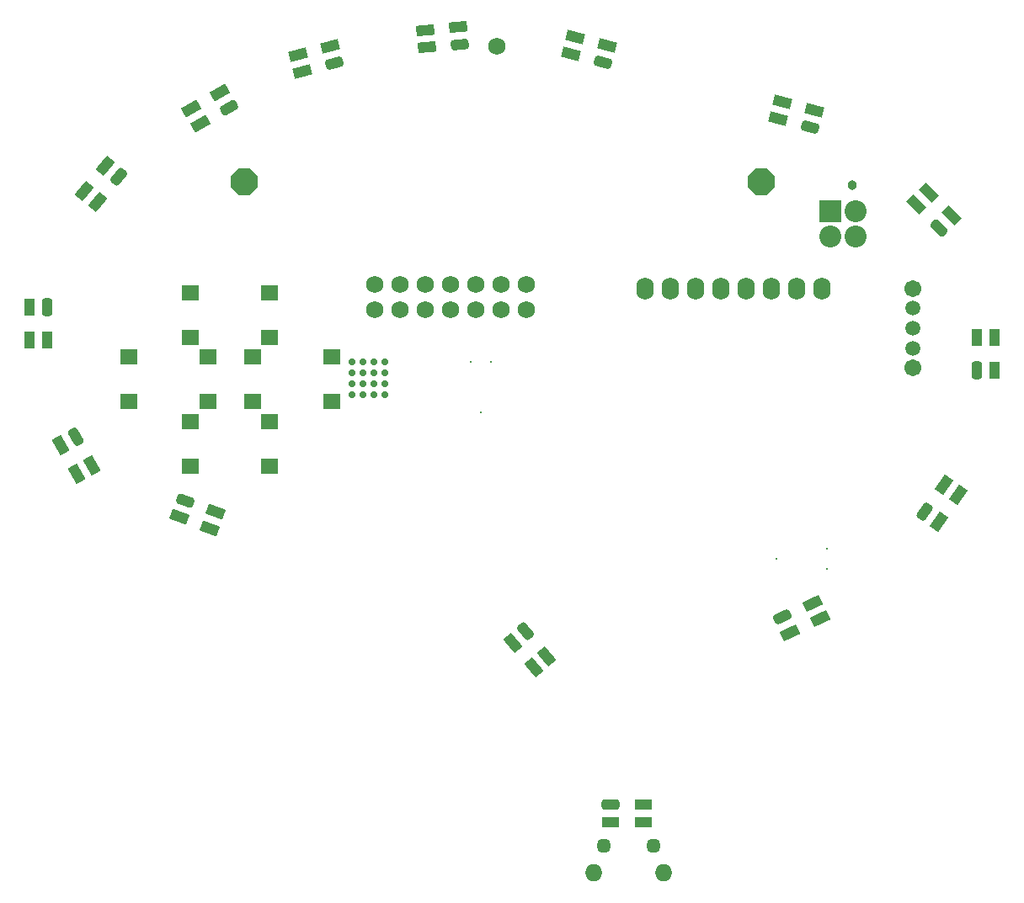
<source format=gts>
G04 Layer_Color=20142*
%FSLAX25Y25*%
%MOIN*%
G70*
G01*
G75*
%ADD99R,0.06902X0.05918*%
G04:AMPARAMS|DCode=100|XSize=70.99mil|YSize=41.47mil|CornerRadius=12.37mil|HoleSize=0mil|Usage=FLASHONLY|Rotation=340.000|XOffset=0mil|YOffset=0mil|HoleType=Round|Shape=RoundedRectangle|*
%AMROUNDEDRECTD100*
21,1,0.07099,0.01673,0,0,340.0*
21,1,0.04626,0.04147,0,0,340.0*
1,1,0.02473,0.01887,-0.01577*
1,1,0.02473,-0.02460,0.00005*
1,1,0.02473,-0.01887,0.01577*
1,1,0.02473,0.02460,-0.00005*
%
%ADD100ROUNDEDRECTD100*%
G04:AMPARAMS|DCode=101|XSize=70.99mil|YSize=41.47mil|CornerRadius=0mil|HoleSize=0mil|Usage=FLASHONLY|Rotation=340.000|XOffset=0mil|YOffset=0mil|HoleType=Round|Shape=Rectangle|*
%AMROTATEDRECTD101*
4,1,4,-0.04045,-0.00734,-0.02627,0.03162,0.04045,0.00734,0.02627,-0.03162,-0.04045,-0.00734,0.0*
%
%ADD101ROTATEDRECTD101*%

G04:AMPARAMS|DCode=102|XSize=70.99mil|YSize=41.47mil|CornerRadius=12.37mil|HoleSize=0mil|Usage=FLASHONLY|Rotation=300.000|XOffset=0mil|YOffset=0mil|HoleType=Round|Shape=RoundedRectangle|*
%AMROUNDEDRECTD102*
21,1,0.07099,0.01673,0,0,300.0*
21,1,0.04626,0.04147,0,0,300.0*
1,1,0.02473,0.00432,-0.02421*
1,1,0.02473,-0.01881,0.01585*
1,1,0.02473,-0.00432,0.02421*
1,1,0.02473,0.01881,-0.01585*
%
%ADD102ROUNDEDRECTD102*%
G04:AMPARAMS|DCode=103|XSize=70.99mil|YSize=41.47mil|CornerRadius=0mil|HoleSize=0mil|Usage=FLASHONLY|Rotation=300.000|XOffset=0mil|YOffset=0mil|HoleType=Round|Shape=Rectangle|*
%AMROTATEDRECTD103*
4,1,4,-0.03570,0.02037,0.00021,0.04111,0.03570,-0.02037,-0.00021,-0.04111,-0.03570,0.02037,0.0*
%
%ADD103ROTATEDRECTD103*%

G04:AMPARAMS|DCode=104|XSize=70.99mil|YSize=41.47mil|CornerRadius=12.37mil|HoleSize=0mil|Usage=FLASHONLY|Rotation=270.000|XOffset=0mil|YOffset=0mil|HoleType=Round|Shape=RoundedRectangle|*
%AMROUNDEDRECTD104*
21,1,0.07099,0.01673,0,0,270.0*
21,1,0.04626,0.04147,0,0,270.0*
1,1,0.02473,-0.00837,-0.02313*
1,1,0.02473,-0.00837,0.02313*
1,1,0.02473,0.00837,0.02313*
1,1,0.02473,0.00837,-0.02313*
%
%ADD104ROUNDEDRECTD104*%
%ADD105R,0.04147X0.07099*%
G04:AMPARAMS|DCode=106|XSize=70.99mil|YSize=41.47mil|CornerRadius=12.37mil|HoleSize=0mil|Usage=FLASHONLY|Rotation=230.000|XOffset=0mil|YOffset=0mil|HoleType=Round|Shape=RoundedRectangle|*
%AMROUNDEDRECTD106*
21,1,0.07099,0.01673,0,0,230.0*
21,1,0.04626,0.04147,0,0,230.0*
1,1,0.02473,-0.02128,-0.01234*
1,1,0.02473,0.00846,0.02310*
1,1,0.02473,0.02128,0.01234*
1,1,0.02473,-0.00846,-0.02310*
%
%ADD106ROUNDEDRECTD106*%
G04:AMPARAMS|DCode=107|XSize=70.99mil|YSize=41.47mil|CornerRadius=0mil|HoleSize=0mil|Usage=FLASHONLY|Rotation=230.000|XOffset=0mil|YOffset=0mil|HoleType=Round|Shape=Rectangle|*
%AMROTATEDRECTD107*
4,1,4,0.00694,0.04052,0.03870,0.01387,-0.00694,-0.04052,-0.03870,-0.01387,0.00694,0.04052,0.0*
%
%ADD107ROTATEDRECTD107*%

G04:AMPARAMS|DCode=108|XSize=70.99mil|YSize=41.47mil|CornerRadius=12.37mil|HoleSize=0mil|Usage=FLASHONLY|Rotation=210.000|XOffset=0mil|YOffset=0mil|HoleType=Round|Shape=RoundedRectangle|*
%AMROUNDEDRECTD108*
21,1,0.07099,0.01673,0,0,210.0*
21,1,0.04626,0.04147,0,0,210.0*
1,1,0.02473,-0.02421,-0.00432*
1,1,0.02473,0.01585,0.01881*
1,1,0.02473,0.02421,0.00432*
1,1,0.02473,-0.01585,-0.01881*
%
%ADD108ROUNDEDRECTD108*%
G04:AMPARAMS|DCode=109|XSize=70.99mil|YSize=41.47mil|CornerRadius=0mil|HoleSize=0mil|Usage=FLASHONLY|Rotation=210.000|XOffset=0mil|YOffset=0mil|HoleType=Round|Shape=Rectangle|*
%AMROTATEDRECTD109*
4,1,4,0.02037,0.03570,0.04111,-0.00021,-0.02037,-0.03570,-0.04111,0.00021,0.02037,0.03570,0.0*
%
%ADD109ROTATEDRECTD109*%

G04:AMPARAMS|DCode=110|XSize=70.99mil|YSize=41.47mil|CornerRadius=12.37mil|HoleSize=0mil|Usage=FLASHONLY|Rotation=195.000|XOffset=0mil|YOffset=0mil|HoleType=Round|Shape=RoundedRectangle|*
%AMROUNDEDRECTD110*
21,1,0.07099,0.01673,0,0,195.0*
21,1,0.04626,0.04147,0,0,195.0*
1,1,0.02473,-0.02451,0.00210*
1,1,0.02473,0.02018,0.01407*
1,1,0.02473,0.02451,-0.00210*
1,1,0.02473,-0.02018,-0.01407*
%
%ADD110ROUNDEDRECTD110*%
G04:AMPARAMS|DCode=111|XSize=70.99mil|YSize=41.47mil|CornerRadius=0mil|HoleSize=0mil|Usage=FLASHONLY|Rotation=195.000|XOffset=0mil|YOffset=0mil|HoleType=Round|Shape=Rectangle|*
%AMROTATEDRECTD111*
4,1,4,0.02892,0.02921,0.03965,-0.01084,-0.02892,-0.02921,-0.03965,0.01084,0.02892,0.02921,0.0*
%
%ADD111ROTATEDRECTD111*%

G04:AMPARAMS|DCode=112|XSize=70.99mil|YSize=41.47mil|CornerRadius=12.37mil|HoleSize=0mil|Usage=FLASHONLY|Rotation=185.000|XOffset=0mil|YOffset=0mil|HoleType=Round|Shape=RoundedRectangle|*
%AMROUNDEDRECTD112*
21,1,0.07099,0.01673,0,0,185.0*
21,1,0.04626,0.04147,0,0,185.0*
1,1,0.02473,-0.02377,0.00632*
1,1,0.02473,0.02231,0.01035*
1,1,0.02473,0.02377,-0.00632*
1,1,0.02473,-0.02231,-0.01035*
%
%ADD112ROUNDEDRECTD112*%
G04:AMPARAMS|DCode=113|XSize=70.99mil|YSize=41.47mil|CornerRadius=0mil|HoleSize=0mil|Usage=FLASHONLY|Rotation=185.000|XOffset=0mil|YOffset=0mil|HoleType=Round|Shape=Rectangle|*
%AMROTATEDRECTD113*
4,1,4,0.03355,0.02375,0.03717,-0.01756,-0.03355,-0.02375,-0.03717,0.01756,0.03355,0.02375,0.0*
%
%ADD113ROTATEDRECTD113*%

G04:AMPARAMS|DCode=114|XSize=70.99mil|YSize=41.47mil|CornerRadius=12.37mil|HoleSize=0mil|Usage=FLASHONLY|Rotation=165.000|XOffset=0mil|YOffset=0mil|HoleType=Round|Shape=RoundedRectangle|*
%AMROUNDEDRECTD114*
21,1,0.07099,0.01673,0,0,165.0*
21,1,0.04626,0.04147,0,0,165.0*
1,1,0.02473,-0.02018,0.01407*
1,1,0.02473,0.02451,0.00210*
1,1,0.02473,0.02018,-0.01407*
1,1,0.02473,-0.02451,-0.00210*
%
%ADD114ROUNDEDRECTD114*%
G04:AMPARAMS|DCode=115|XSize=70.99mil|YSize=41.47mil|CornerRadius=0mil|HoleSize=0mil|Usage=FLASHONLY|Rotation=165.000|XOffset=0mil|YOffset=0mil|HoleType=Round|Shape=Rectangle|*
%AMROTATEDRECTD115*
4,1,4,0.03965,0.01084,0.02892,-0.02921,-0.03965,-0.01084,-0.02892,0.02921,0.03965,0.01084,0.0*
%
%ADD115ROTATEDRECTD115*%

G04:AMPARAMS|DCode=116|XSize=70.99mil|YSize=41.47mil|CornerRadius=12.37mil|HoleSize=0mil|Usage=FLASHONLY|Rotation=135.000|XOffset=0mil|YOffset=0mil|HoleType=Round|Shape=RoundedRectangle|*
%AMROUNDEDRECTD116*
21,1,0.07099,0.01673,0,0,135.0*
21,1,0.04626,0.04147,0,0,135.0*
1,1,0.02473,-0.01044,0.02227*
1,1,0.02473,0.02227,-0.01044*
1,1,0.02473,0.01044,-0.02227*
1,1,0.02473,-0.02227,0.01044*
%
%ADD116ROUNDEDRECTD116*%
G04:AMPARAMS|DCode=117|XSize=70.99mil|YSize=41.47mil|CornerRadius=0mil|HoleSize=0mil|Usage=FLASHONLY|Rotation=135.000|XOffset=0mil|YOffset=0mil|HoleType=Round|Shape=Rectangle|*
%AMROTATEDRECTD117*
4,1,4,0.03976,-0.01044,0.01044,-0.03976,-0.03976,0.01044,-0.01044,0.03976,0.03976,-0.01044,0.0*
%
%ADD117ROTATEDRECTD117*%

G04:AMPARAMS|DCode=118|XSize=70.99mil|YSize=41.47mil|CornerRadius=12.37mil|HoleSize=0mil|Usage=FLASHONLY|Rotation=55.000|XOffset=0mil|YOffset=0mil|HoleType=Round|Shape=RoundedRectangle|*
%AMROUNDEDRECTD118*
21,1,0.07099,0.01673,0,0,55.0*
21,1,0.04626,0.04147,0,0,55.0*
1,1,0.02473,0.02012,0.01415*
1,1,0.02473,-0.00641,-0.02375*
1,1,0.02473,-0.02012,-0.01415*
1,1,0.02473,0.00641,0.02375*
%
%ADD118ROUNDEDRECTD118*%
G04:AMPARAMS|DCode=119|XSize=70.99mil|YSize=41.47mil|CornerRadius=0mil|HoleSize=0mil|Usage=FLASHONLY|Rotation=55.000|XOffset=0mil|YOffset=0mil|HoleType=Round|Shape=Rectangle|*
%AMROTATEDRECTD119*
4,1,4,-0.00338,-0.04097,-0.03734,-0.01719,0.00338,0.04097,0.03734,0.01719,-0.00338,-0.04097,0.0*
%
%ADD119ROTATEDRECTD119*%

G04:AMPARAMS|DCode=120|XSize=70.99mil|YSize=41.47mil|CornerRadius=12.37mil|HoleSize=0mil|Usage=FLASHONLY|Rotation=25.000|XOffset=0mil|YOffset=0mil|HoleType=Round|Shape=RoundedRectangle|*
%AMROUNDEDRECTD120*
21,1,0.07099,0.01673,0,0,25.0*
21,1,0.04626,0.04147,0,0,25.0*
1,1,0.02473,0.02450,0.00219*
1,1,0.02473,-0.01743,-0.01736*
1,1,0.02473,-0.02450,-0.00219*
1,1,0.02473,0.01743,0.01736*
%
%ADD120ROUNDEDRECTD120*%
G04:AMPARAMS|DCode=121|XSize=70.99mil|YSize=41.47mil|CornerRadius=0mil|HoleSize=0mil|Usage=FLASHONLY|Rotation=25.000|XOffset=0mil|YOffset=0mil|HoleType=Round|Shape=Rectangle|*
%AMROTATEDRECTD121*
4,1,4,-0.02341,-0.03379,-0.04093,0.00379,0.02341,0.03379,0.04093,-0.00379,-0.02341,-0.03379,0.0*
%
%ADD121ROTATEDRECTD121*%

G04:AMPARAMS|DCode=122|XSize=70.99mil|YSize=41.47mil|CornerRadius=12.37mil|HoleSize=0mil|Usage=FLASHONLY|Rotation=0.000|XOffset=0mil|YOffset=0mil|HoleType=Round|Shape=RoundedRectangle|*
%AMROUNDEDRECTD122*
21,1,0.07099,0.01673,0,0,0.0*
21,1,0.04626,0.04147,0,0,0.0*
1,1,0.02473,0.02313,-0.00837*
1,1,0.02473,-0.02313,-0.00837*
1,1,0.02473,-0.02313,0.00837*
1,1,0.02473,0.02313,0.00837*
%
%ADD122ROUNDEDRECTD122*%
%ADD123R,0.07099X0.04147*%
G04:AMPARAMS|DCode=124|XSize=70.99mil|YSize=41.47mil|CornerRadius=12.37mil|HoleSize=0mil|Usage=FLASHONLY|Rotation=310.000|XOffset=0mil|YOffset=0mil|HoleType=Round|Shape=RoundedRectangle|*
%AMROUNDEDRECTD124*
21,1,0.07099,0.01673,0,0,310.0*
21,1,0.04626,0.04147,0,0,310.0*
1,1,0.02473,0.00846,-0.02310*
1,1,0.02473,-0.02128,0.01234*
1,1,0.02473,-0.00846,0.02310*
1,1,0.02473,0.02128,-0.01234*
%
%ADD124ROUNDEDRECTD124*%
G04:AMPARAMS|DCode=125|XSize=70.99mil|YSize=41.47mil|CornerRadius=0mil|HoleSize=0mil|Usage=FLASHONLY|Rotation=310.000|XOffset=0mil|YOffset=0mil|HoleType=Round|Shape=Rectangle|*
%AMROTATEDRECTD125*
4,1,4,-0.03870,0.01387,-0.00694,0.04052,0.03870,-0.01387,0.00694,-0.04052,-0.03870,0.01387,0.0*
%
%ADD125ROTATEDRECTD125*%

%ADD126C,0.00900*%
%ADD127C,0.08674*%
%ADD128R,0.08674X0.08674*%
%ADD129O,0.05721X0.05721*%
%ADD130O,0.06902X0.06902*%
%ADD131C,0.06706*%
%ADD132C,0.05918*%
%ADD133P,0.11519X8X202.5*%
%ADD134C,0.06800*%
%ADD135O,0.06800X0.08800*%
%ADD136C,0.03800*%
%ADD137C,0.02769*%
D99*
X391650Y246642D02*
D03*
X360350D02*
D03*
X391650Y264358D02*
D03*
X360350D02*
D03*
X342650Y246642D02*
D03*
X311350D02*
D03*
X342650Y264358D02*
D03*
X311350D02*
D03*
X335783Y238858D02*
D03*
X367083D02*
D03*
X335783Y221142D02*
D03*
X367083D02*
D03*
X335783Y289686D02*
D03*
X367083D02*
D03*
X335783Y271970D02*
D03*
X367083D02*
D03*
D100*
X333574Y207459D02*
D03*
D101*
X331218Y200985D02*
D03*
X343426Y196541D02*
D03*
X345782Y203015D02*
D03*
D102*
X290235Y232848D02*
D03*
D103*
X284269Y229403D02*
D03*
X290765Y218152D02*
D03*
X296731Y221597D02*
D03*
D104*
X278945Y283996D02*
D03*
X647055Y259004D02*
D03*
D105*
X272055Y283996D02*
D03*
Y271004D02*
D03*
X278945D02*
D03*
X653945Y259004D02*
D03*
Y271996D02*
D03*
X647055D02*
D03*
D106*
X307314Y335762D02*
D03*
D107*
X302037Y340191D02*
D03*
X293686Y330238D02*
D03*
X298963Y325809D02*
D03*
D108*
X350848Y363265D02*
D03*
D109*
X347403Y369231D02*
D03*
X336152Y362735D02*
D03*
X339597Y356769D02*
D03*
D110*
X392666Y380854D02*
D03*
D111*
X390883Y387509D02*
D03*
X378334Y384146D02*
D03*
X380117Y377491D02*
D03*
D112*
X442272Y388134D02*
D03*
D113*
X441671Y394998D02*
D03*
X428728Y393866D02*
D03*
X429329Y387002D02*
D03*
D114*
X498883Y380991D02*
D03*
X580883Y355491D02*
D03*
D115*
X500666Y387646D02*
D03*
X488117Y391009D02*
D03*
X486334Y384354D02*
D03*
X582666Y362146D02*
D03*
X570117Y365509D02*
D03*
X568334Y358854D02*
D03*
D116*
X632158Y315471D02*
D03*
D117*
X637029Y320342D02*
D03*
X627843Y329529D02*
D03*
X622971Y324658D02*
D03*
D118*
X626452Y203155D02*
D03*
D119*
X632096Y199203D02*
D03*
X639548Y209845D02*
D03*
X633904Y213797D02*
D03*
D120*
X570157Y161377D02*
D03*
D121*
X573068Y155132D02*
D03*
X584843Y160623D02*
D03*
X581932Y166867D02*
D03*
D122*
X502004Y86945D02*
D03*
D123*
Y80055D02*
D03*
X514996D02*
D03*
Y86945D02*
D03*
D124*
X468463Y155691D02*
D03*
D125*
X463186Y151262D02*
D03*
X471537Y141309D02*
D03*
X476815Y145738D02*
D03*
D126*
X446500Y262500D02*
D03*
X454500D02*
D03*
X450500Y242500D02*
D03*
X587500Y188500D02*
D03*
Y180500D02*
D03*
X567500Y184500D02*
D03*
D127*
X599000Y322000D02*
D03*
X589000Y312000D02*
D03*
X599000D02*
D03*
D128*
X589000Y322000D02*
D03*
D129*
X499216Y70704D02*
D03*
X518900D02*
D03*
D130*
X522837Y60074D02*
D03*
X495279D02*
D03*
D131*
X621500Y291500D02*
D03*
Y260004D02*
D03*
D132*
Y283626D02*
D03*
Y275752D02*
D03*
Y267878D02*
D03*
D133*
X356953Y333748D02*
D03*
X561638D02*
D03*
D134*
X457000Y387500D02*
D03*
X408500Y293000D02*
D03*
Y283000D02*
D03*
X418500Y293000D02*
D03*
Y283000D02*
D03*
X428500Y293000D02*
D03*
Y283000D02*
D03*
X438500Y293000D02*
D03*
Y283000D02*
D03*
X448500Y293000D02*
D03*
Y283000D02*
D03*
X458500Y293000D02*
D03*
Y283000D02*
D03*
X468500Y293000D02*
D03*
Y283000D02*
D03*
D135*
X575602Y291394D02*
D03*
X555603D02*
D03*
X565602D02*
D03*
X585603D02*
D03*
X515602D02*
D03*
X525602D02*
D03*
X545603D02*
D03*
X535603D02*
D03*
D136*
X597500Y332500D02*
D03*
D137*
X412496Y249504D02*
D03*
Y253835D02*
D03*
Y258165D02*
D03*
Y262496D02*
D03*
X408165Y249504D02*
D03*
Y253835D02*
D03*
Y258165D02*
D03*
Y262496D02*
D03*
X403835Y249504D02*
D03*
Y253835D02*
D03*
Y258165D02*
D03*
Y262496D02*
D03*
X399504Y249504D02*
D03*
Y253835D02*
D03*
Y258165D02*
D03*
Y262496D02*
D03*
M02*

</source>
